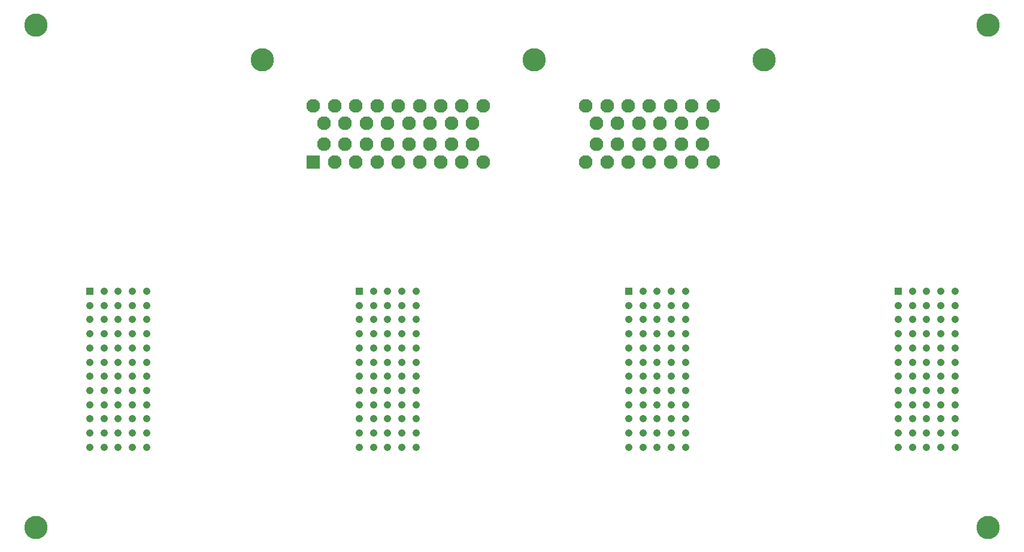
<source format=gbr>
G04*
G04 #@! TF.GenerationSoftware,Altium Limited,Altium Designer,23.0.1 (38)*
G04*
G04 Layer_Color=255*
%FSLAX25Y25*%
%MOIN*%
G70*
G04*
G04 #@! TF.SameCoordinates,88CA1221-A5B3-45BB-8031-3B943D831941*
G04*
G04*
G04 #@! TF.FilePolarity,Positive*
G04*
G01*
G75*
%ADD22C,0.07677*%
%ADD23R,0.07677X0.07677*%
%ADD24C,0.12992*%
%ADD25C,0.13000*%
%ADD26C,0.04232*%
%ADD27R,0.04232X0.04232*%
D22*
X386811Y245000D02*
D03*
X375000D02*
D03*
X363189D02*
D03*
X351378D02*
D03*
X339567D02*
D03*
X327756D02*
D03*
X315945D02*
D03*
X380906Y235157D02*
D03*
X369094D02*
D03*
X357283D02*
D03*
X345472D02*
D03*
X333661D02*
D03*
X321850D02*
D03*
X380906Y223346D02*
D03*
X369094D02*
D03*
X357283D02*
D03*
X345472D02*
D03*
X333661D02*
D03*
X321850D02*
D03*
X386811Y213504D02*
D03*
X375000D02*
D03*
X363189D02*
D03*
X351378D02*
D03*
X339567D02*
D03*
X327756D02*
D03*
X315945D02*
D03*
X258858Y245000D02*
D03*
X247047D02*
D03*
X235236D02*
D03*
X223425D02*
D03*
X211614D02*
D03*
X199803D02*
D03*
X187992D02*
D03*
X176181D02*
D03*
X164370D02*
D03*
X252953Y235157D02*
D03*
X241142D02*
D03*
X229331D02*
D03*
X217520D02*
D03*
X205709D02*
D03*
X193898D02*
D03*
X182087D02*
D03*
X170276D02*
D03*
X252953Y223346D02*
D03*
X241142D02*
D03*
X229331D02*
D03*
X217520D02*
D03*
X205709D02*
D03*
X193898D02*
D03*
X182087D02*
D03*
X170276D02*
D03*
X258858Y213504D02*
D03*
X247047D02*
D03*
X235236D02*
D03*
X223425D02*
D03*
X211614D02*
D03*
X199803D02*
D03*
X187992D02*
D03*
X176181D02*
D03*
D23*
X164370D02*
D03*
D24*
X415354Y270591D02*
D03*
X135827D02*
D03*
X287402D02*
D03*
D25*
X10000Y290000D02*
D03*
X540000Y10000D02*
D03*
Y290000D02*
D03*
X10000Y10000D02*
D03*
D26*
X55748Y54598D02*
D03*
Y62500D02*
D03*
Y70402D02*
D03*
Y78299D02*
D03*
Y86201D02*
D03*
Y94098D02*
D03*
Y102000D02*
D03*
Y109902D02*
D03*
Y117799D02*
D03*
Y125701D02*
D03*
Y133598D02*
D03*
X47874Y54598D02*
D03*
Y62500D02*
D03*
Y70402D02*
D03*
Y78299D02*
D03*
Y86201D02*
D03*
Y94098D02*
D03*
Y102000D02*
D03*
Y109902D02*
D03*
Y117799D02*
D03*
Y125701D02*
D03*
Y133598D02*
D03*
Y141500D02*
D03*
X40000Y54598D02*
D03*
Y62500D02*
D03*
Y70402D02*
D03*
Y78299D02*
D03*
Y86201D02*
D03*
Y94098D02*
D03*
Y102000D02*
D03*
Y109902D02*
D03*
Y117799D02*
D03*
Y125701D02*
D03*
Y133598D02*
D03*
X55748Y141500D02*
D03*
X63622D02*
D03*
Y94098D02*
D03*
Y86201D02*
D03*
Y78299D02*
D03*
Y70402D02*
D03*
Y62500D02*
D03*
Y54598D02*
D03*
Y102000D02*
D03*
Y109902D02*
D03*
Y117799D02*
D03*
Y125701D02*
D03*
Y133598D02*
D03*
X71496Y141500D02*
D03*
Y94098D02*
D03*
Y86201D02*
D03*
Y78299D02*
D03*
Y70402D02*
D03*
Y62500D02*
D03*
Y54598D02*
D03*
Y102000D02*
D03*
Y109902D02*
D03*
Y117799D02*
D03*
Y125701D02*
D03*
Y133598D02*
D03*
X490000D02*
D03*
Y125701D02*
D03*
Y117799D02*
D03*
Y109902D02*
D03*
Y102000D02*
D03*
Y94098D02*
D03*
Y86201D02*
D03*
Y78299D02*
D03*
Y70402D02*
D03*
X497874Y141500D02*
D03*
Y133598D02*
D03*
Y125701D02*
D03*
Y117799D02*
D03*
Y109902D02*
D03*
Y102000D02*
D03*
Y94098D02*
D03*
Y86201D02*
D03*
Y78299D02*
D03*
Y70402D02*
D03*
X505748Y141500D02*
D03*
Y133598D02*
D03*
Y125701D02*
D03*
Y117799D02*
D03*
Y109902D02*
D03*
Y102000D02*
D03*
Y94098D02*
D03*
Y86201D02*
D03*
Y78299D02*
D03*
Y70402D02*
D03*
Y62500D02*
D03*
X513622Y141500D02*
D03*
Y133598D02*
D03*
Y125701D02*
D03*
Y117799D02*
D03*
Y109902D02*
D03*
Y102000D02*
D03*
Y70402D02*
D03*
Y62500D02*
D03*
Y54598D02*
D03*
X521496Y141500D02*
D03*
Y133598D02*
D03*
Y125701D02*
D03*
Y117799D02*
D03*
Y109902D02*
D03*
Y102000D02*
D03*
Y94098D02*
D03*
Y86201D02*
D03*
Y54598D02*
D03*
Y62500D02*
D03*
Y70402D02*
D03*
Y78299D02*
D03*
X513622D02*
D03*
Y86201D02*
D03*
Y94098D02*
D03*
X505748Y54598D02*
D03*
X497874D02*
D03*
Y62500D02*
D03*
X490000Y54598D02*
D03*
Y62500D02*
D03*
X190000D02*
D03*
Y54598D02*
D03*
X197874Y62500D02*
D03*
Y54598D02*
D03*
X205748D02*
D03*
X213622Y94098D02*
D03*
Y86201D02*
D03*
Y78299D02*
D03*
X221496D02*
D03*
Y70402D02*
D03*
Y62500D02*
D03*
Y54598D02*
D03*
Y86201D02*
D03*
Y94098D02*
D03*
Y102000D02*
D03*
Y109902D02*
D03*
Y117799D02*
D03*
Y125701D02*
D03*
Y133598D02*
D03*
Y141500D02*
D03*
X213622Y54598D02*
D03*
Y62500D02*
D03*
Y70402D02*
D03*
Y102000D02*
D03*
Y109902D02*
D03*
Y117799D02*
D03*
Y125701D02*
D03*
Y133598D02*
D03*
Y141500D02*
D03*
X205748Y62500D02*
D03*
Y70402D02*
D03*
Y78299D02*
D03*
Y86201D02*
D03*
Y94098D02*
D03*
Y102000D02*
D03*
Y109902D02*
D03*
Y117799D02*
D03*
Y125701D02*
D03*
Y133598D02*
D03*
Y141500D02*
D03*
X197874Y70402D02*
D03*
Y78299D02*
D03*
Y86201D02*
D03*
Y94098D02*
D03*
Y102000D02*
D03*
Y109902D02*
D03*
Y117799D02*
D03*
Y125701D02*
D03*
Y133598D02*
D03*
Y141500D02*
D03*
X190000Y70402D02*
D03*
Y78299D02*
D03*
Y86201D02*
D03*
Y94098D02*
D03*
Y102000D02*
D03*
Y109902D02*
D03*
Y117799D02*
D03*
Y125701D02*
D03*
Y133598D02*
D03*
X340000D02*
D03*
Y125701D02*
D03*
Y117799D02*
D03*
Y109902D02*
D03*
Y102000D02*
D03*
Y94098D02*
D03*
Y86201D02*
D03*
Y78299D02*
D03*
Y70402D02*
D03*
X347874Y141500D02*
D03*
Y133598D02*
D03*
Y125701D02*
D03*
Y117799D02*
D03*
Y109902D02*
D03*
Y102000D02*
D03*
Y94098D02*
D03*
Y86201D02*
D03*
Y78299D02*
D03*
Y70402D02*
D03*
X355748Y141500D02*
D03*
Y133598D02*
D03*
Y125701D02*
D03*
Y117799D02*
D03*
Y109902D02*
D03*
Y102000D02*
D03*
Y94098D02*
D03*
Y86201D02*
D03*
Y78299D02*
D03*
Y70402D02*
D03*
Y62500D02*
D03*
X363622Y141500D02*
D03*
Y133598D02*
D03*
Y125701D02*
D03*
Y117799D02*
D03*
Y109902D02*
D03*
Y102000D02*
D03*
Y70402D02*
D03*
Y62500D02*
D03*
Y54598D02*
D03*
X371496Y141500D02*
D03*
Y133598D02*
D03*
Y125701D02*
D03*
Y117799D02*
D03*
Y109902D02*
D03*
Y102000D02*
D03*
Y94098D02*
D03*
Y86201D02*
D03*
Y54598D02*
D03*
Y62500D02*
D03*
Y70402D02*
D03*
Y78299D02*
D03*
X363622D02*
D03*
Y86201D02*
D03*
Y94098D02*
D03*
X355748Y54598D02*
D03*
X347874D02*
D03*
Y62500D02*
D03*
X340000Y54598D02*
D03*
Y62500D02*
D03*
D27*
X40000Y141500D02*
D03*
X490000D02*
D03*
X190000D02*
D03*
X340000D02*
D03*
M02*

</source>
